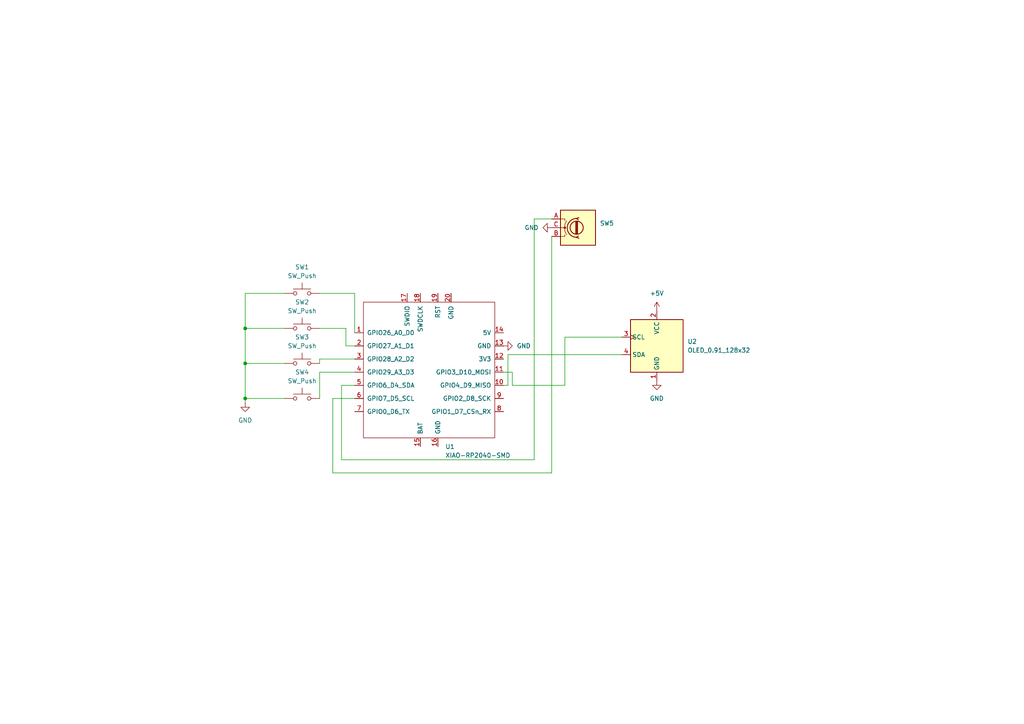
<source format=kicad_sch>
(kicad_sch
	(version 20250114)
	(generator "eeschema")
	(generator_version "9.0")
	(uuid "61eb214a-0f4f-4b0d-9221-397a7867731e")
	(paper "A4")
	(lib_symbols
		(symbol "Hackclub Symbols:OLED_0.91_128x32"
			(exclude_from_sim no)
			(in_bom yes)
			(on_board yes)
			(property "Reference" "U"
				(at 0 0 0)
				(effects
					(font
						(size 1.27 1.27)
					)
				)
			)
			(property "Value" "OLED_0.91_128x32"
				(at 14.224 -10.668 0)
				(effects
					(font
						(size 1.27 1.27)
					)
				)
			)
			(property "Footprint" "Hackclub Footprints:OLED_0.91_128x32"
				(at 18.034 -12.7 0)
				(effects
					(font
						(size 1.27 1.27)
					)
					(hide yes)
				)
			)
			(property "Datasheet" "https://www.buydisplay.com/download/manual/ER-OLEDM0.91-1_Datasheet.pdf"
				(at 42.672 -14.732 0)
				(effects
					(font
						(size 1.27 1.27)
					)
					(hide yes)
				)
			)
			(property "Description" "SSD1306 OLED module, 0.91 inch, 128x32, I2C"
				(at 26.67 -16.764 0)
				(effects
					(font
						(size 1.27 1.27)
					)
					(hide yes)
				)
			)
			(property "ki_keywords" "EastRising"
				(at 0 0 0)
				(effects
					(font
						(size 1.27 1.27)
					)
					(hide yes)
				)
			)
			(property "ki_fp_filters" "ER?OLEDM0.91?1x?I2C*"
				(at 0 0 0)
				(effects
					(font
						(size 1.27 1.27)
					)
					(hide yes)
				)
			)
			(symbol "OLED_0.91_128x32_1_1"
				(rectangle
					(start -7.62 7.62)
					(end 7.62 -7.62)
					(stroke
						(width 0.254)
						(type solid)
					)
					(fill
						(type background)
					)
				)
				(pin input clock
					(at -10.16 2.54 0)
					(length 2.54)
					(name "SCL"
						(effects
							(font
								(size 1.27 1.27)
							)
						)
					)
					(number "3"
						(effects
							(font
								(size 1.27 1.27)
							)
						)
					)
				)
				(pin bidirectional line
					(at -10.16 -2.54 0)
					(length 2.54)
					(name "SDA"
						(effects
							(font
								(size 1.27 1.27)
							)
						)
					)
					(number "4"
						(effects
							(font
								(size 1.27 1.27)
							)
						)
					)
				)
				(pin power_in line
					(at 0 10.16 270)
					(length 2.54)
					(name "VCC"
						(effects
							(font
								(size 1.27 1.27)
							)
						)
					)
					(number "2"
						(effects
							(font
								(size 1.27 1.27)
							)
						)
					)
				)
				(pin power_in line
					(at 0 -10.16 90)
					(length 2.54)
					(name "GND"
						(effects
							(font
								(size 1.27 1.27)
							)
						)
					)
					(number "1"
						(effects
							(font
								(size 1.27 1.27)
							)
						)
					)
				)
			)
			(embedded_fonts no)
		)
		(symbol "Seeed_Studio_XIAO_Series:+5V"
			(power)
			(pin_numbers
				(hide yes)
			)
			(pin_names
				(offset 0)
				(hide yes)
			)
			(exclude_from_sim no)
			(in_bom yes)
			(on_board yes)
			(property "Reference" "#PWR"
				(at 0 -3.81 0)
				(effects
					(font
						(size 1.27 1.27)
					)
					(hide yes)
				)
			)
			(property "Value" "+5V"
				(at 0 3.556 0)
				(effects
					(font
						(size 1.27 1.27)
					)
				)
			)
			(property "Footprint" ""
				(at 0 0 0)
				(effects
					(font
						(size 1.27 1.27)
					)
					(hide yes)
				)
			)
			(property "Datasheet" ""
				(at 0 0 0)
				(effects
					(font
						(size 1.27 1.27)
					)
					(hide yes)
				)
			)
			(property "Description" "Power symbol creates a global label with name \"+5V\""
				(at 0 0 0)
				(effects
					(font
						(size 1.27 1.27)
					)
					(hide yes)
				)
			)
			(property "ki_keywords" "global power"
				(at 0 0 0)
				(effects
					(font
						(size 1.27 1.27)
					)
					(hide yes)
				)
			)
			(symbol "+5V_0_1"
				(polyline
					(pts
						(xy -0.762 1.27) (xy 0 2.54)
					)
					(stroke
						(width 0)
						(type default)
					)
					(fill
						(type none)
					)
				)
				(polyline
					(pts
						(xy 0 2.54) (xy 0.762 1.27)
					)
					(stroke
						(width 0)
						(type default)
					)
					(fill
						(type none)
					)
				)
				(polyline
					(pts
						(xy 0 0) (xy 0 2.54)
					)
					(stroke
						(width 0)
						(type default)
					)
					(fill
						(type none)
					)
				)
			)
			(symbol "+5V_1_1"
				(pin power_in line
					(at 0 0 90)
					(length 0)
					(name "~"
						(effects
							(font
								(size 1.27 1.27)
							)
						)
					)
					(number "1"
						(effects
							(font
								(size 1.27 1.27)
							)
						)
					)
				)
			)
			(embedded_fonts no)
		)
		(symbol "Seeed_Studio_XIAO_Series:GND"
			(power)
			(pin_numbers
				(hide yes)
			)
			(pin_names
				(offset 0)
				(hide yes)
			)
			(exclude_from_sim no)
			(in_bom yes)
			(on_board yes)
			(property "Reference" "#PWR"
				(at 0 -6.35 0)
				(effects
					(font
						(size 1.27 1.27)
					)
					(hide yes)
				)
			)
			(property "Value" "GND"
				(at 0 -3.81 0)
				(effects
					(font
						(size 1.27 1.27)
					)
				)
			)
			(property "Footprint" ""
				(at 0 0 0)
				(effects
					(font
						(size 1.27 1.27)
					)
					(hide yes)
				)
			)
			(property "Datasheet" ""
				(at 0 0 0)
				(effects
					(font
						(size 1.27 1.27)
					)
					(hide yes)
				)
			)
			(property "Description" "Power symbol creates a global label with name \"GND\" , ground"
				(at 0 0 0)
				(effects
					(font
						(size 1.27 1.27)
					)
					(hide yes)
				)
			)
			(property "ki_keywords" "global power"
				(at 0 0 0)
				(effects
					(font
						(size 1.27 1.27)
					)
					(hide yes)
				)
			)
			(symbol "GND_0_1"
				(polyline
					(pts
						(xy 0 0) (xy 0 -1.27) (xy 1.27 -1.27) (xy 0 -2.54) (xy -1.27 -1.27) (xy 0 -1.27)
					)
					(stroke
						(width 0)
						(type default)
					)
					(fill
						(type none)
					)
				)
			)
			(symbol "GND_1_1"
				(pin power_in line
					(at 0 0 270)
					(length 0)
					(name "~"
						(effects
							(font
								(size 1.27 1.27)
							)
						)
					)
					(number "1"
						(effects
							(font
								(size 1.27 1.27)
							)
						)
					)
				)
			)
			(embedded_fonts no)
		)
		(symbol "Seeed_Studio_XIAO_Series:RotaryEncoder"
			(pin_names
				(offset 0.254)
				(hide yes)
			)
			(exclude_from_sim no)
			(in_bom yes)
			(on_board yes)
			(property "Reference" "SW"
				(at 0 6.604 0)
				(effects
					(font
						(size 1.27 1.27)
					)
				)
			)
			(property "Value" "RotaryEncoder"
				(at 0 -6.604 0)
				(effects
					(font
						(size 1.27 1.27)
					)
				)
			)
			(property "Footprint" ""
				(at -3.81 4.064 0)
				(effects
					(font
						(size 1.27 1.27)
					)
					(hide yes)
				)
			)
			(property "Datasheet" "~"
				(at 0 6.604 0)
				(effects
					(font
						(size 1.27 1.27)
					)
					(hide yes)
				)
			)
			(property "Description" "Rotary encoder, dual channel, incremental quadrate outputs"
				(at 0 0 0)
				(effects
					(font
						(size 1.27 1.27)
					)
					(hide yes)
				)
			)
			(property "ki_keywords" "rotary switch encoder"
				(at 0 0 0)
				(effects
					(font
						(size 1.27 1.27)
					)
					(hide yes)
				)
			)
			(property "ki_fp_filters" "RotaryEncoder*"
				(at 0 0 0)
				(effects
					(font
						(size 1.27 1.27)
					)
					(hide yes)
				)
			)
			(symbol "RotaryEncoder_0_1"
				(rectangle
					(start -5.08 5.08)
					(end 5.08 -5.08)
					(stroke
						(width 0.254)
						(type default)
					)
					(fill
						(type background)
					)
				)
				(polyline
					(pts
						(xy -5.08 2.54) (xy -3.81 2.54) (xy -3.81 2.032)
					)
					(stroke
						(width 0)
						(type default)
					)
					(fill
						(type none)
					)
				)
				(polyline
					(pts
						(xy -5.08 0) (xy -3.81 0) (xy -3.81 -1.016) (xy -3.302 -2.032)
					)
					(stroke
						(width 0)
						(type default)
					)
					(fill
						(type none)
					)
				)
				(polyline
					(pts
						(xy -5.08 -2.54) (xy -3.81 -2.54) (xy -3.81 -2.032)
					)
					(stroke
						(width 0)
						(type default)
					)
					(fill
						(type none)
					)
				)
				(polyline
					(pts
						(xy -4.318 0) (xy -3.81 0) (xy -3.81 1.016) (xy -3.302 2.032)
					)
					(stroke
						(width 0)
						(type default)
					)
					(fill
						(type none)
					)
				)
				(circle
					(center -3.81 0)
					(radius 0.254)
					(stroke
						(width 0)
						(type default)
					)
					(fill
						(type outline)
					)
				)
				(polyline
					(pts
						(xy -0.635 -1.778) (xy -0.635 1.778)
					)
					(stroke
						(width 0.254)
						(type default)
					)
					(fill
						(type none)
					)
				)
				(circle
					(center -0.381 0)
					(radius 1.905)
					(stroke
						(width 0.254)
						(type default)
					)
					(fill
						(type none)
					)
				)
				(polyline
					(pts
						(xy -0.381 -1.778) (xy -0.381 1.778)
					)
					(stroke
						(width 0.254)
						(type default)
					)
					(fill
						(type none)
					)
				)
				(arc
					(start -0.381 -2.794)
					(mid -3.0988 -0.0635)
					(end -0.381 2.667)
					(stroke
						(width 0.254)
						(type default)
					)
					(fill
						(type none)
					)
				)
				(polyline
					(pts
						(xy -0.127 1.778) (xy -0.127 -1.778)
					)
					(stroke
						(width 0.254)
						(type default)
					)
					(fill
						(type none)
					)
				)
				(polyline
					(pts
						(xy 0.254 2.921) (xy -0.508 2.667) (xy 0.127 2.286)
					)
					(stroke
						(width 0.254)
						(type default)
					)
					(fill
						(type none)
					)
				)
				(polyline
					(pts
						(xy 0.254 -3.048) (xy -0.508 -2.794) (xy 0.127 -2.413)
					)
					(stroke
						(width 0.254)
						(type default)
					)
					(fill
						(type none)
					)
				)
			)
			(symbol "RotaryEncoder_1_1"
				(pin passive line
					(at -7.62 2.54 0)
					(length 2.54)
					(name "A"
						(effects
							(font
								(size 1.27 1.27)
							)
						)
					)
					(number "A"
						(effects
							(font
								(size 1.27 1.27)
							)
						)
					)
				)
				(pin passive line
					(at -7.62 0 0)
					(length 2.54)
					(name "C"
						(effects
							(font
								(size 1.27 1.27)
							)
						)
					)
					(number "C"
						(effects
							(font
								(size 1.27 1.27)
							)
						)
					)
				)
				(pin passive line
					(at -7.62 -2.54 0)
					(length 2.54)
					(name "B"
						(effects
							(font
								(size 1.27 1.27)
							)
						)
					)
					(number "B"
						(effects
							(font
								(size 1.27 1.27)
							)
						)
					)
				)
			)
			(embedded_fonts no)
		)
		(symbol "Seeed_Studio_XIAO_Series:SW_Push"
			(pin_numbers
				(hide yes)
			)
			(pin_names
				(offset 1.016)
				(hide yes)
			)
			(exclude_from_sim no)
			(in_bom yes)
			(on_board yes)
			(property "Reference" "SW"
				(at 1.27 2.54 0)
				(effects
					(font
						(size 1.27 1.27)
					)
					(justify left)
				)
			)
			(property "Value" "SW_Push"
				(at 0 -1.524 0)
				(effects
					(font
						(size 1.27 1.27)
					)
				)
			)
			(property "Footprint" ""
				(at 0 5.08 0)
				(effects
					(font
						(size 1.27 1.27)
					)
					(hide yes)
				)
			)
			(property "Datasheet" "~"
				(at 0 5.08 0)
				(effects
					(font
						(size 1.27 1.27)
					)
					(hide yes)
				)
			)
			(property "Description" "Push button switch, generic, two pins"
				(at 0 0 0)
				(effects
					(font
						(size 1.27 1.27)
					)
					(hide yes)
				)
			)
			(property "ki_keywords" "switch normally-open pushbutton push-button"
				(at 0 0 0)
				(effects
					(font
						(size 1.27 1.27)
					)
					(hide yes)
				)
			)
			(symbol "SW_Push_0_1"
				(circle
					(center -2.032 0)
					(radius 0.508)
					(stroke
						(width 0)
						(type default)
					)
					(fill
						(type none)
					)
				)
				(polyline
					(pts
						(xy 0 1.27) (xy 0 3.048)
					)
					(stroke
						(width 0)
						(type default)
					)
					(fill
						(type none)
					)
				)
				(circle
					(center 2.032 0)
					(radius 0.508)
					(stroke
						(width 0)
						(type default)
					)
					(fill
						(type none)
					)
				)
				(polyline
					(pts
						(xy 2.54 1.27) (xy -2.54 1.27)
					)
					(stroke
						(width 0)
						(type default)
					)
					(fill
						(type none)
					)
				)
				(pin passive line
					(at -5.08 0 0)
					(length 2.54)
					(name "1"
						(effects
							(font
								(size 1.27 1.27)
							)
						)
					)
					(number "1"
						(effects
							(font
								(size 1.27 1.27)
							)
						)
					)
				)
				(pin passive line
					(at 5.08 0 180)
					(length 2.54)
					(name "2"
						(effects
							(font
								(size 1.27 1.27)
							)
						)
					)
					(number "2"
						(effects
							(font
								(size 1.27 1.27)
							)
						)
					)
				)
			)
			(embedded_fonts no)
		)
		(symbol "Seeed_Studio_XIAO_Series:XIAO-RP2040-SMD"
			(pin_names
				(offset 1.016)
			)
			(exclude_from_sim no)
			(in_bom yes)
			(on_board yes)
			(property "Reference" "U"
				(at -18.542 23.114 0)
				(effects
					(font
						(size 1.27 1.27)
					)
				)
			)
			(property "Value" "XIAO-RP2040-SMD"
				(at -8.382 21.336 0)
				(effects
					(font
						(size 1.27 1.27)
					)
				)
			)
			(property "Footprint" ""
				(at -8.89 5.08 0)
				(effects
					(font
						(size 1.27 1.27)
					)
					(hide yes)
				)
			)
			(property "Datasheet" ""
				(at -8.89 5.08 0)
				(effects
					(font
						(size 1.27 1.27)
					)
					(hide yes)
				)
			)
			(property "Description" ""
				(at 0 0 0)
				(effects
					(font
						(size 1.27 1.27)
					)
					(hide yes)
				)
			)
			(symbol "XIAO-RP2040-SMD_0_1"
				(rectangle
					(start 19.05 -19.05)
					(end -19.05 20.32)
					(stroke
						(width 0)
						(type default)
					)
					(fill
						(type none)
					)
				)
			)
			(symbol "XIAO-RP2040-SMD_1_1"
				(pin passive line
					(at -21.59 11.43 0)
					(length 2.54)
					(name "GPIO26_A0_D0"
						(effects
							(font
								(size 1.27 1.27)
							)
						)
					)
					(number "1"
						(effects
							(font
								(size 1.27 1.27)
							)
						)
					)
				)
				(pin passive line
					(at -21.59 7.62 0)
					(length 2.54)
					(name "GPIO27_A1_D1"
						(effects
							(font
								(size 1.27 1.27)
							)
						)
					)
					(number "2"
						(effects
							(font
								(size 1.27 1.27)
							)
						)
					)
				)
				(pin passive line
					(at -21.59 3.81 0)
					(length 2.54)
					(name "GPIO28_A2_D2"
						(effects
							(font
								(size 1.27 1.27)
							)
						)
					)
					(number "3"
						(effects
							(font
								(size 1.27 1.27)
							)
						)
					)
				)
				(pin passive line
					(at -21.59 0 0)
					(length 2.54)
					(name "GPIO29_A3_D3"
						(effects
							(font
								(size 1.27 1.27)
							)
						)
					)
					(number "4"
						(effects
							(font
								(size 1.27 1.27)
							)
						)
					)
				)
				(pin passive line
					(at -21.59 -3.81 0)
					(length 2.54)
					(name "GPIO6_D4_SDA"
						(effects
							(font
								(size 1.27 1.27)
							)
						)
					)
					(number "5"
						(effects
							(font
								(size 1.27 1.27)
							)
						)
					)
				)
				(pin passive line
					(at -21.59 -7.62 0)
					(length 2.54)
					(name "GPIO7_D5_SCL"
						(effects
							(font
								(size 1.27 1.27)
							)
						)
					)
					(number "6"
						(effects
							(font
								(size 1.27 1.27)
							)
						)
					)
				)
				(pin passive line
					(at -21.59 -11.43 0)
					(length 2.54)
					(name "GPIO0_D6_TX"
						(effects
							(font
								(size 1.27 1.27)
							)
						)
					)
					(number "7"
						(effects
							(font
								(size 1.27 1.27)
							)
						)
					)
				)
				(pin passive line
					(at -6.35 22.86 270)
					(length 2.54)
					(name "SWDIO"
						(effects
							(font
								(size 1.27 1.27)
							)
						)
					)
					(number "17"
						(effects
							(font
								(size 1.27 1.27)
							)
						)
					)
				)
				(pin passive line
					(at -2.54 22.86 270)
					(length 2.54)
					(name "SWDCLK"
						(effects
							(font
								(size 1.27 1.27)
							)
						)
					)
					(number "18"
						(effects
							(font
								(size 1.27 1.27)
							)
						)
					)
				)
				(pin passive line
					(at -2.54 -21.59 90)
					(length 2.54)
					(name "BAT"
						(effects
							(font
								(size 1.27 1.27)
							)
						)
					)
					(number "15"
						(effects
							(font
								(size 1.27 1.27)
							)
						)
					)
				)
				(pin passive line
					(at 2.54 22.86 270)
					(length 2.54)
					(name "RST"
						(effects
							(font
								(size 1.27 1.27)
							)
						)
					)
					(number "19"
						(effects
							(font
								(size 1.27 1.27)
							)
						)
					)
				)
				(pin passive line
					(at 2.54 -21.59 90)
					(length 2.54)
					(name "GND"
						(effects
							(font
								(size 1.27 1.27)
							)
						)
					)
					(number "16"
						(effects
							(font
								(size 1.27 1.27)
							)
						)
					)
				)
				(pin passive line
					(at 6.35 22.86 270)
					(length 2.54)
					(name "GND"
						(effects
							(font
								(size 1.27 1.27)
							)
						)
					)
					(number "20"
						(effects
							(font
								(size 1.27 1.27)
							)
						)
					)
				)
				(pin passive line
					(at 21.59 11.43 180)
					(length 2.54)
					(name "5V"
						(effects
							(font
								(size 1.27 1.27)
							)
						)
					)
					(number "14"
						(effects
							(font
								(size 1.27 1.27)
							)
						)
					)
				)
				(pin passive line
					(at 21.59 7.62 180)
					(length 2.54)
					(name "GND"
						(effects
							(font
								(size 1.27 1.27)
							)
						)
					)
					(number "13"
						(effects
							(font
								(size 1.27 1.27)
							)
						)
					)
				)
				(pin passive line
					(at 21.59 3.81 180)
					(length 2.54)
					(name "3V3"
						(effects
							(font
								(size 1.27 1.27)
							)
						)
					)
					(number "12"
						(effects
							(font
								(size 1.27 1.27)
							)
						)
					)
				)
				(pin passive line
					(at 21.59 0 180)
					(length 2.54)
					(name "GPIO3_D10_MOSI"
						(effects
							(font
								(size 1.27 1.27)
							)
						)
					)
					(number "11"
						(effects
							(font
								(size 1.27 1.27)
							)
						)
					)
				)
				(pin passive line
					(at 21.59 -3.81 180)
					(length 2.54)
					(name "GPIO4_D9_MISO"
						(effects
							(font
								(size 1.27 1.27)
							)
						)
					)
					(number "10"
						(effects
							(font
								(size 1.27 1.27)
							)
						)
					)
				)
				(pin passive line
					(at 21.59 -7.62 180)
					(length 2.54)
					(name "GPIO2_D8_SCK"
						(effects
							(font
								(size 1.27 1.27)
							)
						)
					)
					(number "9"
						(effects
							(font
								(size 1.27 1.27)
							)
						)
					)
				)
				(pin passive line
					(at 21.59 -11.43 180)
					(length 2.54)
					(name "GPIO1_D7_CSn_RX"
						(effects
							(font
								(size 1.27 1.27)
							)
						)
					)
					(number "8"
						(effects
							(font
								(size 1.27 1.27)
							)
						)
					)
				)
			)
			(embedded_fonts no)
		)
	)
	(junction
		(at 71.12 105.41)
		(diameter 0)
		(color 0 0 0 0)
		(uuid "5ec89632-a094-45d3-b910-1dde980fc211")
	)
	(junction
		(at 71.12 115.57)
		(diameter 0)
		(color 0 0 0 0)
		(uuid "68f58e2a-1978-4432-9d57-9405ffb4ff6f")
	)
	(junction
		(at 71.12 95.25)
		(diameter 0)
		(color 0 0 0 0)
		(uuid "6a750924-36ad-4ed1-a137-f615de782311")
	)
	(wire
		(pts
			(xy 148.59 107.95) (xy 146.05 107.95)
		)
		(stroke
			(width 0)
			(type default)
		)
		(uuid "083e648a-eb51-46cf-958b-2cc00d93f52f")
	)
	(wire
		(pts
			(xy 71.12 95.25) (xy 71.12 105.41)
		)
		(stroke
			(width 0)
			(type default)
		)
		(uuid "0fbd66b9-449a-4b88-bd7c-00d2da00527f")
	)
	(wire
		(pts
			(xy 82.55 85.09) (xy 71.12 85.09)
		)
		(stroke
			(width 0)
			(type default)
		)
		(uuid "1625e8a5-af6f-408b-8cbe-e9423220a96a")
	)
	(wire
		(pts
			(xy 180.34 97.79) (xy 163.83 97.79)
		)
		(stroke
			(width 0)
			(type default)
		)
		(uuid "17fe84f1-428d-4230-9c09-1d36876fe810")
	)
	(wire
		(pts
			(xy 160.02 63.5) (xy 154.94 63.5)
		)
		(stroke
			(width 0)
			(type default)
		)
		(uuid "24e4f3e6-e112-494f-8250-f1643e3fdb47")
	)
	(wire
		(pts
			(xy 71.12 115.57) (xy 71.12 116.84)
		)
		(stroke
			(width 0)
			(type default)
		)
		(uuid "28f0ec43-dac7-470c-8adb-db1340b121e0")
	)
	(wire
		(pts
			(xy 92.71 115.57) (xy 92.71 107.95)
		)
		(stroke
			(width 0)
			(type default)
		)
		(uuid "293d8219-67ce-4d13-989e-41d28ffa35da")
	)
	(wire
		(pts
			(xy 82.55 95.25) (xy 71.12 95.25)
		)
		(stroke
			(width 0)
			(type default)
		)
		(uuid "308b0136-3c5f-4140-8187-8a5767d6aaee")
	)
	(wire
		(pts
			(xy 92.71 107.95) (xy 102.87 107.95)
		)
		(stroke
			(width 0)
			(type default)
		)
		(uuid "329124e9-99c5-4091-94b9-6da1364ebb77")
	)
	(wire
		(pts
			(xy 102.87 85.09) (xy 102.87 96.52)
		)
		(stroke
			(width 0)
			(type default)
		)
		(uuid "3809699c-d0d9-4aae-89fe-939f9d5efc6f")
	)
	(wire
		(pts
			(xy 99.06 133.35) (xy 99.06 111.76)
		)
		(stroke
			(width 0)
			(type default)
		)
		(uuid "3b36e4e3-2f5f-48b0-9aff-2129342960d7")
	)
	(wire
		(pts
			(xy 100.33 100.33) (xy 102.87 100.33)
		)
		(stroke
			(width 0)
			(type default)
		)
		(uuid "5c95e26c-a1b6-4a52-b7ce-270e0cc8cc80")
	)
	(wire
		(pts
			(xy 102.87 104.14) (xy 92.71 104.14)
		)
		(stroke
			(width 0)
			(type default)
		)
		(uuid "5e3900c5-aa5b-4504-b779-be9734148029")
	)
	(wire
		(pts
			(xy 71.12 115.57) (xy 82.55 115.57)
		)
		(stroke
			(width 0)
			(type default)
		)
		(uuid "60033e7c-0c46-47c7-81f2-104aa14a7de1")
	)
	(wire
		(pts
			(xy 180.34 102.87) (xy 147.32 102.87)
		)
		(stroke
			(width 0)
			(type default)
		)
		(uuid "66da78ad-2d50-4d76-91d7-6504a0702736")
	)
	(wire
		(pts
			(xy 154.94 63.5) (xy 154.94 133.35)
		)
		(stroke
			(width 0)
			(type default)
		)
		(uuid "6814f493-70a8-4d37-a12a-af8f55532003")
	)
	(wire
		(pts
			(xy 163.83 97.79) (xy 163.83 111.76)
		)
		(stroke
			(width 0)
			(type default)
		)
		(uuid "7abad972-2fd2-4a01-840f-2e5a46cbf65e")
	)
	(wire
		(pts
			(xy 71.12 85.09) (xy 71.12 95.25)
		)
		(stroke
			(width 0)
			(type default)
		)
		(uuid "7f06e80d-9bac-4bda-81c8-d9cc7367763d")
	)
	(wire
		(pts
			(xy 102.87 85.09) (xy 92.71 85.09)
		)
		(stroke
			(width 0)
			(type default)
		)
		(uuid "800196e0-2472-4afc-83e8-39e45c249556")
	)
	(wire
		(pts
			(xy 96.52 115.57) (xy 102.87 115.57)
		)
		(stroke
			(width 0)
			(type default)
		)
		(uuid "865053e2-2c2c-496e-8862-320f16303fdf")
	)
	(wire
		(pts
			(xy 71.12 105.41) (xy 82.55 105.41)
		)
		(stroke
			(width 0)
			(type default)
		)
		(uuid "865ddf51-0a83-49a4-acf8-2ecbe7b6f1da")
	)
	(wire
		(pts
			(xy 100.33 95.25) (xy 100.33 100.33)
		)
		(stroke
			(width 0)
			(type default)
		)
		(uuid "9a299517-8471-4de4-b5d3-fa843b4e48f2")
	)
	(wire
		(pts
			(xy 147.32 102.87) (xy 147.32 111.76)
		)
		(stroke
			(width 0)
			(type default)
		)
		(uuid "a2ca37e4-7f0b-4476-98fb-b630c0f4afaf")
	)
	(wire
		(pts
			(xy 154.94 133.35) (xy 99.06 133.35)
		)
		(stroke
			(width 0)
			(type default)
		)
		(uuid "b52fbff3-6273-4f70-a66f-f6e51a5ebe2b")
	)
	(wire
		(pts
			(xy 163.83 111.76) (xy 148.59 111.76)
		)
		(stroke
			(width 0)
			(type default)
		)
		(uuid "b9c04924-bc99-4165-bd86-1ffbd68cbd07")
	)
	(wire
		(pts
			(xy 148.59 111.76) (xy 148.59 107.95)
		)
		(stroke
			(width 0)
			(type default)
		)
		(uuid "c5c01cb7-4232-4d84-aa08-ffebb8a10551")
	)
	(wire
		(pts
			(xy 160.02 68.58) (xy 160.02 137.16)
		)
		(stroke
			(width 0)
			(type default)
		)
		(uuid "d431c132-09f0-4f28-a026-c65accef5686")
	)
	(wire
		(pts
			(xy 147.32 111.76) (xy 146.05 111.76)
		)
		(stroke
			(width 0)
			(type default)
		)
		(uuid "dd51ffc8-b646-4a07-a69d-8299674e7082")
	)
	(wire
		(pts
			(xy 92.71 95.25) (xy 100.33 95.25)
		)
		(stroke
			(width 0)
			(type default)
		)
		(uuid "e3786cb9-9eba-46b0-bf8c-e2f7e9533db3")
	)
	(wire
		(pts
			(xy 71.12 105.41) (xy 71.12 115.57)
		)
		(stroke
			(width 0)
			(type default)
		)
		(uuid "ea273620-5c67-4d01-a5e1-1e61a35bfc48")
	)
	(wire
		(pts
			(xy 96.52 137.16) (xy 96.52 115.57)
		)
		(stroke
			(width 0)
			(type default)
		)
		(uuid "eeab4f60-0262-4526-861e-32859921a91b")
	)
	(wire
		(pts
			(xy 99.06 111.76) (xy 102.87 111.76)
		)
		(stroke
			(width 0)
			(type default)
		)
		(uuid "f5a62df3-8438-4584-a3e0-1aa4a0d84a22")
	)
	(wire
		(pts
			(xy 160.02 137.16) (xy 96.52 137.16)
		)
		(stroke
			(width 0)
			(type default)
		)
		(uuid "f8d234f5-4f29-4ae4-b84e-04751b41c5db")
	)
	(wire
		(pts
			(xy 92.71 104.14) (xy 92.71 105.41)
		)
		(stroke
			(width 0)
			(type default)
		)
		(uuid "fb977fef-8ab7-4933-8382-9d40bc2988d2")
	)
	(symbol
		(lib_id "Seeed_Studio_XIAO_Series:SW_Push")
		(at 87.63 115.57 0)
		(unit 1)
		(exclude_from_sim no)
		(in_bom yes)
		(on_board yes)
		(dnp no)
		(fields_autoplaced yes)
		(uuid "02080348-2bd9-4127-aff0-a5f84c9298c5")
		(property "Reference" "SW4"
			(at 87.63 107.95 0)
			(effects
				(font
					(size 1.27 1.27)
				)
			)
		)
		(property "Value" "SW_Push"
			(at 87.63 110.49 0)
			(effects
				(font
					(size 1.27 1.27)
				)
			)
		)
		(property "Footprint" "Button_Switch_Keyboard:SW_Cherry_MX_1.00u_PCB"
			(at 87.63 110.49 0)
			(effects
				(font
					(size 1.27 1.27)
				)
				(hide yes)
			)
		)
		(property "Datasheet" "~"
			(at 87.63 110.49 0)
			(effects
				(font
					(size 1.27 1.27)
				)
				(hide yes)
			)
		)
		(property "Description" "Push button switch, generic, two pins"
			(at 87.63 115.57 0)
			(effects
				(font
					(size 1.27 1.27)
				)
				(hide yes)
			)
		)
		(pin "1"
			(uuid "3dee064e-dc20-4938-9357-79839b2fff84")
		)
		(pin "2"
			(uuid "8987abb6-0aa8-4581-8d9d-fed7423de37f")
		)
		(instances
			(project ""
				(path "/61eb214a-0f4f-4b0d-9221-397a7867731e"
					(reference "SW4")
					(unit 1)
				)
			)
		)
	)
	(symbol
		(lib_id "Seeed_Studio_XIAO_Series:SW_Push")
		(at 87.63 105.41 0)
		(unit 1)
		(exclude_from_sim no)
		(in_bom yes)
		(on_board yes)
		(dnp no)
		(fields_autoplaced yes)
		(uuid "25037b63-3f99-4780-90dc-fdacbef66600")
		(property "Reference" "SW3"
			(at 87.63 97.79 0)
			(effects
				(font
					(size 1.27 1.27)
				)
			)
		)
		(property "Value" "SW_Push"
			(at 87.63 100.33 0)
			(effects
				(font
					(size 1.27 1.27)
				)
			)
		)
		(property "Footprint" "Button_Switch_Keyboard:SW_Cherry_MX_1.00u_PCB"
			(at 87.63 100.33 0)
			(effects
				(font
					(size 1.27 1.27)
				)
				(hide yes)
			)
		)
		(property "Datasheet" "~"
			(at 87.63 100.33 0)
			(effects
				(font
					(size 1.27 1.27)
				)
				(hide yes)
			)
		)
		(property "Description" "Push button switch, generic, two pins"
			(at 87.63 105.41 0)
			(effects
				(font
					(size 1.27 1.27)
				)
				(hide yes)
			)
		)
		(pin "1"
			(uuid "3dc23be6-4a1c-482a-818b-1d157a8fdb88")
		)
		(pin "2"
			(uuid "a26adff8-a44b-4f53-8608-907fc489a13f")
		)
		(instances
			(project ""
				(path "/61eb214a-0f4f-4b0d-9221-397a7867731e"
					(reference "SW3")
					(unit 1)
				)
			)
		)
	)
	(symbol
		(lib_id "Seeed_Studio_XIAO_Series:SW_Push")
		(at 87.63 95.25 0)
		(unit 1)
		(exclude_from_sim no)
		(in_bom yes)
		(on_board yes)
		(dnp no)
		(fields_autoplaced yes)
		(uuid "3822d91e-c187-4902-9e90-a4a16be72704")
		(property "Reference" "SW2"
			(at 87.63 87.63 0)
			(effects
				(font
					(size 1.27 1.27)
				)
			)
		)
		(property "Value" "SW_Push"
			(at 87.63 90.17 0)
			(effects
				(font
					(size 1.27 1.27)
				)
			)
		)
		(property "Footprint" "Button_Switch_Keyboard:SW_Cherry_MX_1.00u_PCB"
			(at 87.63 90.17 0)
			(effects
				(font
					(size 1.27 1.27)
				)
				(hide yes)
			)
		)
		(property "Datasheet" "~"
			(at 87.63 90.17 0)
			(effects
				(font
					(size 1.27 1.27)
				)
				(hide yes)
			)
		)
		(property "Description" "Push button switch, generic, two pins"
			(at 87.63 95.25 0)
			(effects
				(font
					(size 1.27 1.27)
				)
				(hide yes)
			)
		)
		(pin "2"
			(uuid "43eb0bee-036f-4ea7-a4f5-b8890da79401")
		)
		(pin "1"
			(uuid "61fe46b4-99d0-4ae8-b207-b428e7e5cbd0")
		)
		(instances
			(project ""
				(path "/61eb214a-0f4f-4b0d-9221-397a7867731e"
					(reference "SW2")
					(unit 1)
				)
			)
		)
	)
	(symbol
		(lib_id "Seeed_Studio_XIAO_Series:+5V")
		(at 190.5 90.17 0)
		(unit 1)
		(exclude_from_sim no)
		(in_bom yes)
		(on_board yes)
		(dnp no)
		(fields_autoplaced yes)
		(uuid "47078f73-f02b-4c6d-862e-f25f57c4ab58")
		(property "Reference" "#PWR04"
			(at 190.5 93.98 0)
			(effects
				(font
					(size 1.27 1.27)
				)
				(hide yes)
			)
		)
		(property "Value" "+5V"
			(at 190.5 85.09 0)
			(effects
				(font
					(size 1.27 1.27)
				)
			)
		)
		(property "Footprint" ""
			(at 190.5 90.17 0)
			(effects
				(font
					(size 1.27 1.27)
				)
				(hide yes)
			)
		)
		(property "Datasheet" ""
			(at 190.5 90.17 0)
			(effects
				(font
					(size 1.27 1.27)
				)
				(hide yes)
			)
		)
		(property "Description" "Power symbol creates a global label with name \"+5V\""
			(at 190.5 90.17 0)
			(effects
				(font
					(size 1.27 1.27)
				)
				(hide yes)
			)
		)
		(pin "1"
			(uuid "b307c3fc-0641-43a2-a013-11a1b2492a65")
		)
		(instances
			(project ""
				(path "/61eb214a-0f4f-4b0d-9221-397a7867731e"
					(reference "#PWR04")
					(unit 1)
				)
			)
		)
	)
	(symbol
		(lib_id "Seeed_Studio_XIAO_Series:GND")
		(at 71.12 116.84 0)
		(unit 1)
		(exclude_from_sim no)
		(in_bom yes)
		(on_board yes)
		(dnp no)
		(fields_autoplaced yes)
		(uuid "68ef3636-410e-4509-8aeb-16fba5243030")
		(property "Reference" "#PWR03"
			(at 71.12 123.19 0)
			(effects
				(font
					(size 1.27 1.27)
				)
				(hide yes)
			)
		)
		(property "Value" "GND"
			(at 71.12 121.92 0)
			(effects
				(font
					(size 1.27 1.27)
				)
			)
		)
		(property "Footprint" ""
			(at 71.12 116.84 0)
			(effects
				(font
					(size 1.27 1.27)
				)
				(hide yes)
			)
		)
		(property "Datasheet" ""
			(at 71.12 116.84 0)
			(effects
				(font
					(size 1.27 1.27)
				)
				(hide yes)
			)
		)
		(property "Description" "Power symbol creates a global label with name \"GND\" , ground"
			(at 71.12 116.84 0)
			(effects
				(font
					(size 1.27 1.27)
				)
				(hide yes)
			)
		)
		(pin "1"
			(uuid "c991e2ac-ddc3-425d-a600-1239854620bb")
		)
		(instances
			(project ""
				(path "/61eb214a-0f4f-4b0d-9221-397a7867731e"
					(reference "#PWR03")
					(unit 1)
				)
			)
		)
	)
	(symbol
		(lib_id "Seeed_Studio_XIAO_Series:GND")
		(at 146.05 100.33 90)
		(unit 1)
		(exclude_from_sim no)
		(in_bom yes)
		(on_board yes)
		(dnp no)
		(fields_autoplaced yes)
		(uuid "794a7fa3-494c-4e43-9441-94a87a6b2ae1")
		(property "Reference" "#PWR01"
			(at 152.4 100.33 0)
			(effects
				(font
					(size 1.27 1.27)
				)
				(hide yes)
			)
		)
		(property "Value" "GND"
			(at 149.86 100.3299 90)
			(effects
				(font
					(size 1.27 1.27)
				)
				(justify right)
			)
		)
		(property "Footprint" ""
			(at 146.05 100.33 0)
			(effects
				(font
					(size 1.27 1.27)
				)
				(hide yes)
			)
		)
		(property "Datasheet" ""
			(at 146.05 100.33 0)
			(effects
				(font
					(size 1.27 1.27)
				)
				(hide yes)
			)
		)
		(property "Description" "Power symbol creates a global label with name \"GND\" , ground"
			(at 146.05 100.33 0)
			(effects
				(font
					(size 1.27 1.27)
				)
				(hide yes)
			)
		)
		(pin "1"
			(uuid "ad6fada2-9828-40c0-881a-018f9eba80e3")
		)
		(instances
			(project ""
				(path "/61eb214a-0f4f-4b0d-9221-397a7867731e"
					(reference "#PWR01")
					(unit 1)
				)
			)
		)
	)
	(symbol
		(lib_id "Seeed_Studio_XIAO_Series:GND")
		(at 190.5 110.49 0)
		(unit 1)
		(exclude_from_sim no)
		(in_bom yes)
		(on_board yes)
		(dnp no)
		(fields_autoplaced yes)
		(uuid "79f0f8ff-ca8a-4b97-a76e-40f74f3579d3")
		(property "Reference" "#PWR05"
			(at 190.5 116.84 0)
			(effects
				(font
					(size 1.27 1.27)
				)
				(hide yes)
			)
		)
		(property "Value" "GND"
			(at 190.5 115.57 0)
			(effects
				(font
					(size 1.27 1.27)
				)
			)
		)
		(property "Footprint" ""
			(at 190.5 110.49 0)
			(effects
				(font
					(size 1.27 1.27)
				)
				(hide yes)
			)
		)
		(property "Datasheet" ""
			(at 190.5 110.49 0)
			(effects
				(font
					(size 1.27 1.27)
				)
				(hide yes)
			)
		)
		(property "Description" "Power symbol creates a global label with name \"GND\" , ground"
			(at 190.5 110.49 0)
			(effects
				(font
					(size 1.27 1.27)
				)
				(hide yes)
			)
		)
		(pin "1"
			(uuid "fd6fe121-169a-497f-b191-d21da5f8f63c")
		)
		(instances
			(project ""
				(path "/61eb214a-0f4f-4b0d-9221-397a7867731e"
					(reference "#PWR05")
					(unit 1)
				)
			)
		)
	)
	(symbol
		(lib_id "Seeed_Studio_XIAO_Series:RotaryEncoder")
		(at 167.64 66.04 0)
		(unit 1)
		(exclude_from_sim no)
		(in_bom yes)
		(on_board yes)
		(dnp no)
		(fields_autoplaced yes)
		(uuid "85ec3c34-82d9-4024-96e9-9448d3ba439c")
		(property "Reference" "SW5"
			(at 173.99 64.7699 0)
			(effects
				(font
					(size 1.27 1.27)
				)
				(justify left)
			)
		)
		(property "Value" "RotaryEncoder"
			(at 173.99 67.3099 0)
			(effects
				(font
					(size 1.27 1.27)
				)
				(justify left)
				(hide yes)
			)
		)
		(property "Footprint" "Rotary_Encoder:RotaryEncoder_Alps_EC11E-Switch_Vertical_H20mm"
			(at 163.83 61.976 0)
			(effects
				(font
					(size 1.27 1.27)
				)
				(hide yes)
			)
		)
		(property "Datasheet" "~"
			(at 167.64 59.436 0)
			(effects
				(font
					(size 1.27 1.27)
				)
				(hide yes)
			)
		)
		(property "Description" "Rotary encoder, dual channel, incremental quadrate outputs"
			(at 167.64 66.04 0)
			(effects
				(font
					(size 1.27 1.27)
				)
				(hide yes)
			)
		)
		(pin "A"
			(uuid "f75db659-4c85-4a4d-8187-87b271d5d99e")
		)
		(pin "C"
			(uuid "723af8c3-ee11-438e-8e96-486d4d19f655")
		)
		(pin "B"
			(uuid "cef558de-e28a-43d5-a5b1-caa3d5f16590")
		)
		(instances
			(project ""
				(path "/61eb214a-0f4f-4b0d-9221-397a7867731e"
					(reference "SW5")
					(unit 1)
				)
			)
		)
	)
	(symbol
		(lib_id "Seeed_Studio_XIAO_Series:XIAO-RP2040-SMD")
		(at 124.46 107.95 0)
		(unit 1)
		(exclude_from_sim no)
		(in_bom yes)
		(on_board yes)
		(dnp no)
		(fields_autoplaced yes)
		(uuid "d576d190-88ca-429e-8acb-a01baf563241")
		(property "Reference" "U1"
			(at 129.1433 129.54 0)
			(effects
				(font
					(size 1.27 1.27)
				)
				(justify left)
			)
		)
		(property "Value" "XIAO-RP2040-SMD"
			(at 129.1433 132.08 0)
			(effects
				(font
					(size 1.27 1.27)
				)
				(justify left)
			)
		)
		(property "Footprint" "Hackclub Footprints:XIAO-RP2040-DIP"
			(at 115.57 102.87 0)
			(effects
				(font
					(size 1.27 1.27)
				)
				(hide yes)
			)
		)
		(property "Datasheet" ""
			(at 115.57 102.87 0)
			(effects
				(font
					(size 1.27 1.27)
				)
				(hide yes)
			)
		)
		(property "Description" ""
			(at 124.46 107.95 0)
			(effects
				(font
					(size 1.27 1.27)
				)
				(hide yes)
			)
		)
		(pin "2"
			(uuid "90a5f483-f0c0-400f-88b5-e916eaaf9fee")
		)
		(pin "1"
			(uuid "839ea634-98a7-476b-9597-ddcd77f65678")
		)
		(pin "10"
			(uuid "97d9364c-894b-4331-8b9f-c90497a8d737")
		)
		(pin "4"
			(uuid "6da75e06-2659-4dd8-923f-b5450865d72d")
		)
		(pin "12"
			(uuid "f98d12e5-68f0-474d-85d5-5eb5b385c5a9")
		)
		(pin "11"
			(uuid "e63abd38-3de1-459c-b322-325112a6365d")
		)
		(pin "15"
			(uuid "ebbc88f6-98d6-4d66-b407-0290b8419972")
		)
		(pin "6"
			(uuid "6ac60b82-e48f-4497-851f-e7da3d29f9bb")
		)
		(pin "8"
			(uuid "27a4cd11-88fa-4a4e-9910-32fbcf564812")
		)
		(pin "13"
			(uuid "38f8a257-2e10-407d-818b-847060d1bacf")
		)
		(pin "7"
			(uuid "ba693d72-5491-45c0-bb96-302513f645ab")
		)
		(pin "20"
			(uuid "aaf9c231-fd60-46cd-938c-3d5c84bf3296")
		)
		(pin "14"
			(uuid "8af736bf-6011-4d37-bfe3-4efdf235121c")
		)
		(pin "3"
			(uuid "c467bfa4-be4c-44f3-981c-5e58f45431ae")
		)
		(pin "17"
			(uuid "632539e9-be9b-46b7-92b7-93d7741616e4")
		)
		(pin "19"
			(uuid "faba2c1b-b92b-4db3-a340-c8796c31c3c5")
		)
		(pin "9"
			(uuid "8600fb50-6375-4b70-8ad6-830cf51ee8b6")
		)
		(pin "5"
			(uuid "8867359b-2aed-4cf8-9500-2ff007a57d80")
		)
		(pin "18"
			(uuid "4219a615-498a-453c-92dd-98f82c7475ac")
		)
		(pin "16"
			(uuid "8d696714-e766-46f8-b666-3140014be1ac")
		)
		(instances
			(project ""
				(path "/61eb214a-0f4f-4b0d-9221-397a7867731e"
					(reference "U1")
					(unit 1)
				)
			)
		)
	)
	(symbol
		(lib_id "Seeed_Studio_XIAO_Series:SW_Push")
		(at 87.63 85.09 0)
		(unit 1)
		(exclude_from_sim no)
		(in_bom yes)
		(on_board yes)
		(dnp no)
		(fields_autoplaced yes)
		(uuid "d7f4d5a6-c0d4-4c3a-9034-2617ea5a2dbc")
		(property "Reference" "SW1"
			(at 87.63 77.47 0)
			(effects
				(font
					(size 1.27 1.27)
				)
			)
		)
		(property "Value" "SW_Push"
			(at 87.63 80.01 0)
			(effects
				(font
					(size 1.27 1.27)
				)
			)
		)
		(property "Footprint" "Button_Switch_Keyboard:SW_Cherry_MX_1.00u_PCB"
			(at 87.63 80.01 0)
			(effects
				(font
					(size 1.27 1.27)
				)
				(hide yes)
			)
		)
		(property "Datasheet" "~"
			(at 87.63 80.01 0)
			(effects
				(font
					(size 1.27 1.27)
				)
				(hide yes)
			)
		)
		(property "Description" "Push button switch, generic, two pins"
			(at 87.63 85.09 0)
			(effects
				(font
					(size 1.27 1.27)
				)
				(hide yes)
			)
		)
		(pin "1"
			(uuid "a7e2966b-6304-45bf-aee5-01818b02456b")
		)
		(pin "2"
			(uuid "f5cfcc87-5ba7-447a-8a9e-f8ab51451fe5")
		)
		(instances
			(project ""
				(path "/61eb214a-0f4f-4b0d-9221-397a7867731e"
					(reference "SW1")
					(unit 1)
				)
			)
		)
	)
	(symbol
		(lib_id "Seeed_Studio_XIAO_Series:GND")
		(at 160.02 66.04 270)
		(unit 1)
		(exclude_from_sim no)
		(in_bom yes)
		(on_board yes)
		(dnp no)
		(fields_autoplaced yes)
		(uuid "f89b8157-6f6d-4a08-9423-250d04598ada")
		(property "Reference" "#PWR08"
			(at 153.67 66.04 0)
			(effects
				(font
					(size 1.27 1.27)
				)
				(hide yes)
			)
		)
		(property "Value" "GND"
			(at 156.21 66.0399 90)
			(effects
				(font
					(size 1.27 1.27)
				)
				(justify right)
			)
		)
		(property "Footprint" ""
			(at 160.02 66.04 0)
			(effects
				(font
					(size 1.27 1.27)
				)
				(hide yes)
			)
		)
		(property "Datasheet" ""
			(at 160.02 66.04 0)
			(effects
				(font
					(size 1.27 1.27)
				)
				(hide yes)
			)
		)
		(property "Description" "Power symbol creates a global label with name \"GND\" , ground"
			(at 160.02 66.04 0)
			(effects
				(font
					(size 1.27 1.27)
				)
				(hide yes)
			)
		)
		(pin "1"
			(uuid "74338430-3a16-454c-86b2-710b48c0828b")
		)
		(instances
			(project ""
				(path "/61eb214a-0f4f-4b0d-9221-397a7867731e"
					(reference "#PWR08")
					(unit 1)
				)
			)
		)
	)
	(symbol
		(lib_id "Hackclub Symbols:OLED_0.91_128x32")
		(at 190.5 100.33 0)
		(unit 1)
		(exclude_from_sim no)
		(in_bom yes)
		(on_board yes)
		(dnp no)
		(fields_autoplaced yes)
		(uuid "fb3201b3-4409-436f-b12b-1d48b86f186c")
		(property "Reference" "U2"
			(at 199.39 99.0599 0)
			(effects
				(font
					(size 1.27 1.27)
				)
				(justify left)
			)
		)
		(property "Value" "OLED_0.91_128x32"
			(at 199.39 101.5999 0)
			(effects
				(font
					(size 1.27 1.27)
				)
				(justify left)
			)
		)
		(property "Footprint" "Hackclub Footprints:OLED_0.91_128x32"
			(at 208.534 113.03 0)
			(effects
				(font
					(size 1.27 1.27)
				)
				(hide yes)
			)
		)
		(property "Datasheet" "https://www.buydisplay.com/download/manual/ER-OLEDM0.91-1_Datasheet.pdf"
			(at 233.172 115.062 0)
			(effects
				(font
					(size 1.27 1.27)
				)
				(hide yes)
			)
		)
		(property "Description" "SSD1306 OLED module, 0.91 inch, 128x32, I2C"
			(at 217.17 117.094 0)
			(effects
				(font
					(size 1.27 1.27)
				)
				(hide yes)
			)
		)
		(pin "3"
			(uuid "e84aa5a1-265f-47d7-a803-eca951749fac")
		)
		(pin "1"
			(uuid "2a02a08d-796c-421d-bbbc-36dc5b1f3f66")
		)
		(pin "4"
			(uuid "ae2e559d-d156-404f-a037-66c6033dc913")
		)
		(pin "2"
			(uuid "329a868f-2c1c-44d7-88c7-509147fe7145")
		)
		(instances
			(project ""
				(path "/61eb214a-0f4f-4b0d-9221-397a7867731e"
					(reference "U2")
					(unit 1)
				)
			)
		)
	)
	(sheet_instances
		(path "/"
			(page "1")
		)
	)
	(embedded_fonts no)
)

</source>
